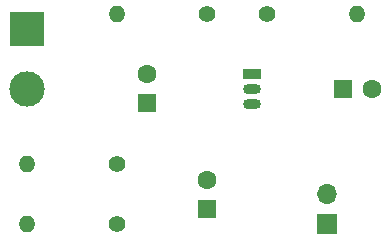
<source format=gbr>
G04 #@! TF.FileFunction,Copper,L2,Bot,Signal*
%FSLAX46Y46*%
G04 Gerber Fmt 4.6, Leading zero omitted, Abs format (unit mm)*
G04 Created by KiCad (PCBNEW 4.0.7) date 06/12/18 10:28:29*
%MOMM*%
%LPD*%
G01*
G04 APERTURE LIST*
%ADD10C,0.100000*%
%ADD11R,1.700000X1.700000*%
%ADD12O,1.700000X1.700000*%
%ADD13R,1.600000X1.600000*%
%ADD14C,1.600000*%
%ADD15R,3.000000X3.000000*%
%ADD16C,3.000000*%
%ADD17O,1.500000X0.900000*%
%ADD18R,1.500000X0.900000*%
%ADD19C,1.400000*%
%ADD20O,1.400000X1.400000*%
G04 APERTURE END LIST*
D10*
D11*
X182880000Y-129540000D03*
D12*
X182880000Y-127000000D03*
D13*
X184190000Y-118110000D03*
D14*
X186690000Y-118110000D03*
D13*
X172720000Y-128270000D03*
D14*
X172720000Y-125770000D03*
D13*
X167640000Y-119300000D03*
D14*
X167640000Y-116800000D03*
D15*
X157480000Y-113030000D03*
D16*
X157480000Y-118110000D03*
D17*
X176530000Y-118110000D03*
X176530000Y-119380000D03*
D18*
X176530000Y-116840000D03*
D19*
X177800000Y-111760000D03*
D20*
X185420000Y-111760000D03*
D19*
X165100000Y-124460000D03*
D20*
X157480000Y-124460000D03*
D19*
X172720000Y-111760000D03*
D20*
X165100000Y-111760000D03*
D19*
X165100000Y-129540000D03*
D20*
X157480000Y-129540000D03*
M02*

</source>
